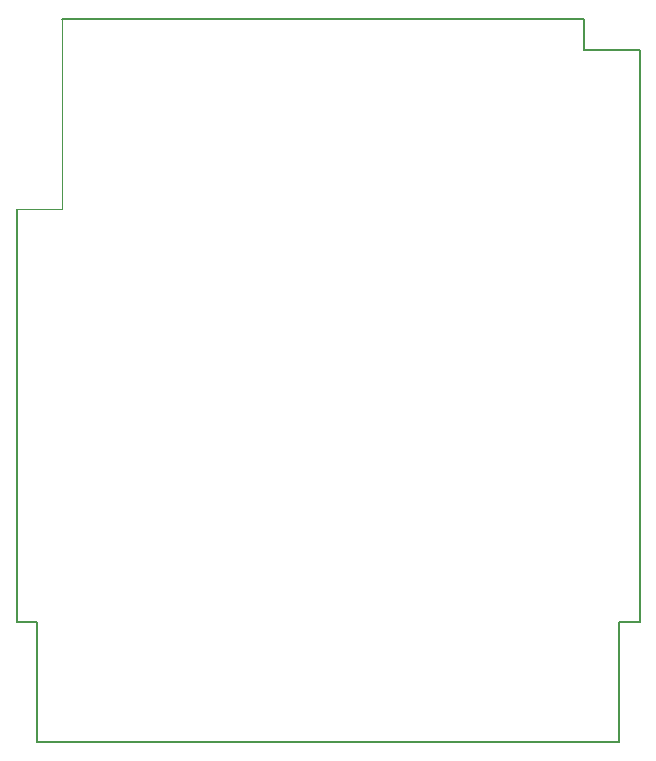
<source format=gm1>
G04 #@! TF.GenerationSoftware,KiCad,Pcbnew,9.0.5*
G04 #@! TF.CreationDate,2025-10-24T16:53:28+02:00*
G04 #@! TF.ProjectId,GameboyCartridgeV1.1,47616d65-626f-4794-9361-727472696467,rev?*
G04 #@! TF.SameCoordinates,Original*
G04 #@! TF.FileFunction,Profile,NP*
%FSLAX46Y46*%
G04 Gerber Fmt 4.6, Leading zero omitted, Abs format (unit mm)*
G04 Created by KiCad (PCBNEW 9.0.5) date 2025-10-24 16:53:28*
%MOMM*%
%LPD*%
G01*
G04 APERTURE LIST*
G04 #@! TA.AperFunction,Profile*
%ADD10C,0.100000*%
G04 #@! TD*
G04 #@! TA.AperFunction,Profile*
%ADD11C,0.150000*%
G04 #@! TD*
G04 APERTURE END LIST*
D10*
X89250000Y-55709673D02*
X89250000Y-71750000D01*
D11*
X136370000Y-106700000D02*
X138200000Y-106700000D01*
X85400000Y-106700000D02*
X85400000Y-71750000D01*
X87170000Y-106700000D02*
X85400000Y-106700000D01*
X89250000Y-55709673D02*
X133470000Y-55709673D01*
X138200000Y-106700000D02*
X138200000Y-58309673D01*
X136370000Y-116900000D02*
X136370000Y-106700000D01*
X87170000Y-116900000D02*
X136370000Y-116900000D01*
X87170000Y-116900000D02*
X87170000Y-106700000D01*
D10*
X89250000Y-71750000D02*
X85400000Y-71750000D01*
D11*
X138200000Y-58309673D02*
X133470000Y-58309673D01*
X133470000Y-55709673D02*
X133470000Y-58309673D01*
M02*

</source>
